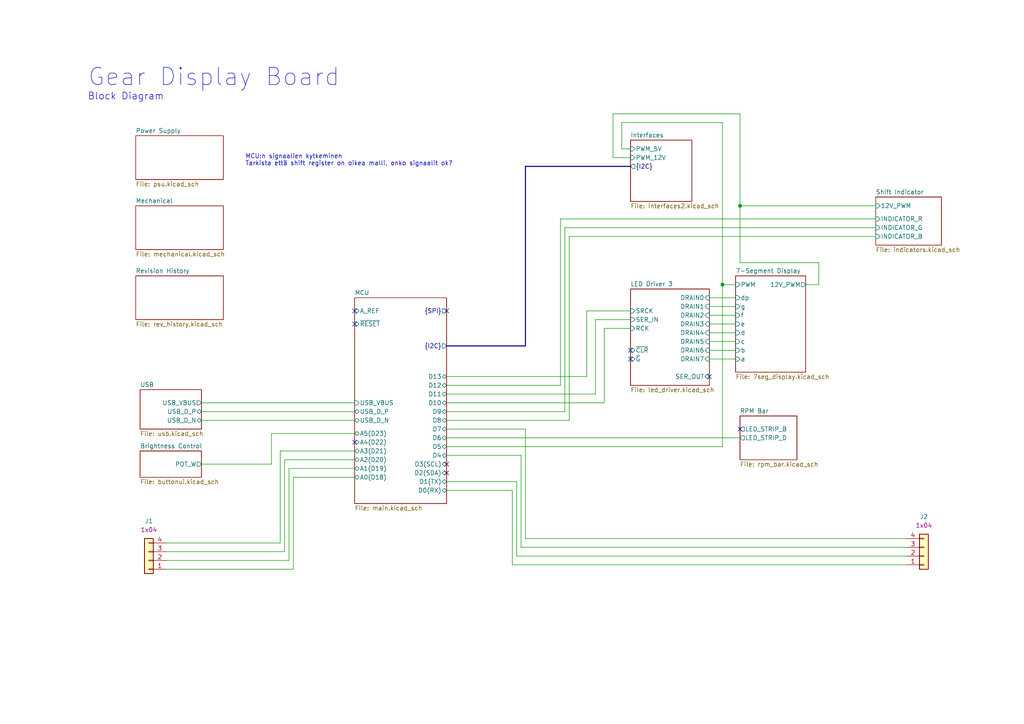
<source format=kicad_sch>
(kicad_sch (version 20211123) (generator eeschema)
  (paper "A4")
  (title_block (title "Gear Display Board") (date "2022-08-13") (rev "1.0") (company "Kallio Designs Oy") (comment 1 "Teemu Latonen") (comment 2 "000064") (comment 3 "000065"))
  (lib_symbols
    (symbol "KD_Connector_Screw:Con_Screw_1x04_691313510004" (pin_names hide)
      (property "Reference" "J" (at 7.366 -0.127 0))
      (property "Code" "1x04" (at 7.366 -2.667 0))
      (symbol "Con_Screw_1x04_691313510004_1_1"
        (rectangle (start 3.81 -7.493) (end 5.08 -7.747) (stroke (width 0.1524)))
        (rectangle (start 3.81 -4.953) (end 5.08 -5.207) (stroke (width 0.1524)))
        (rectangle (start 3.81 -2.413) (end 5.08 -2.667) (stroke (width 0.1524)))
        (rectangle (start 3.81 0.127) (end 5.08 -0.127) (stroke (width 0.1524)))
        (rectangle (start 3.81 1.27) (end 6.35 -8.89) (stroke (width 0.254)) (fill (type background)))
        (pin passive line (at 0 0 0) (length 3.81) (name "Pin_1") (number "1"))
        (pin passive line (at 0 -2.54 0) (length 3.81) (name "Pin_2") (number "2"))
        (pin passive line (at 0 -5.08 0) (length 3.81) (name "Pin_3") (number "3"))
        (pin passive line (at 0 -7.62 0) (length 3.81) (name "Pin_4") (number "4"))
      )
    )
  )
  (junction (at 214.63 59.69))
  (junction (at 209.55 82.55))
  (no_connect (at 214.63 124.46))
  (no_connect (at 205.74 109.22))
  (no_connect (at 102.87 93.98))
  (no_connect (at 102.87 90.17))
  (no_connect (at 129.54 90.17))
  (no_connect (at 182.88 104.14))
  (no_connect (at 182.88 101.6))
  (no_connect (at 129.54 134.62))
  (no_connect (at 129.54 137.16))
  (no_connect (at 102.87 128.27))
  (wire (pts (xy 48.26 160.02) (xy 82.55 160.02)))
  (wire (pts (xy 82.55 133.35) (xy 102.87 133.35)))
  (wire (pts (xy 129.54 114.3) (xy 172.72 114.3)))
  (wire (pts (xy 182.88 43.18) (xy 180.34 43.18)))
  (wire (pts (xy 205.74 104.14) (xy 213.36 104.14)))
  (wire (pts (xy 172.72 92.71) (xy 182.88 92.71)))
  (wire (pts (xy 237.49 76.2) (xy 214.63 76.2)))
  (wire (pts (xy 162.56 63.5) (xy 254 63.5)))
  (wire (pts (xy 180.34 35.56) (xy 209.55 35.56)))
  (wire (pts (xy 129.54 121.92) (xy 165.1 121.92)))
  (wire (pts (xy 214.63 59.69) (xy 214.63 76.2)))
  (wire (pts (xy 175.26 95.25) (xy 182.88 95.25)))
  (wire (pts (xy 209.55 82.55) (xy 209.55 129.54)))
  (wire (pts (xy 165.1 68.58) (xy 254 68.58)))
  (wire (pts (xy 149.86 161.29) (xy 262.89 161.29)))
  (wire (pts (xy 182.88 90.17) (xy 170.18 90.17)))
  (wire (pts (xy 151.13 158.75) (xy 151.13 132.08)))
  (wire (pts (xy 214.63 59.69) (xy 254 59.69)))
  (wire (pts (xy 58.42 121.92) (xy 102.87 121.92)))
  (wire (pts (xy 48.26 165.1) (xy 85.09 165.1)))
  (wire (pts (xy 81.28 157.48) (xy 48.26 157.48)))
  (wire (pts (xy 205.74 86.36) (xy 213.36 86.36)))
  (wire (pts (xy 205.74 88.9) (xy 213.36 88.9)))
  (wire (pts (xy 83.82 162.56) (xy 48.26 162.56)))
  (wire (pts (xy 149.86 139.7) (xy 149.86 161.29)))
  (wire (pts (xy 214.63 33.02) (xy 214.63 59.69)))
  (wire (pts (xy 172.72 92.71) (xy 172.72 114.3)))
  (bus (pts (xy 152.4 48.26) (xy 152.4 100.33)))
  (wire (pts (xy 170.18 109.22) (xy 170.18 90.17)))
  (wire (pts (xy 162.56 63.5) (xy 162.56 111.76)))
  (wire (pts (xy 58.42 116.84) (xy 102.87 116.84)))
  (wire (pts (xy 205.74 91.44) (xy 213.36 91.44)))
  (wire (pts (xy 163.83 119.38) (xy 129.54 119.38)))
  (bus (pts (xy 152.4 48.26) (xy 182.88 48.26)))
  (wire (pts (xy 81.28 130.81) (xy 81.28 157.48)))
  (wire (pts (xy 129.54 142.24) (xy 148.59 142.24)))
  (wire (pts (xy 205.74 96.52) (xy 213.36 96.52)))
  (wire (pts (xy 151.13 132.08) (xy 129.54 132.08)))
  (wire (pts (xy 78.74 125.73) (xy 102.87 125.73)))
  (wire (pts (xy 262.89 158.75) (xy 151.13 158.75)))
  (wire (pts (xy 182.88 45.72) (xy 177.8 45.72)))
  (wire (pts (xy 85.09 138.43) (xy 102.87 138.43)))
  (wire (pts (xy 209.55 35.56) (xy 209.55 82.55)))
  (wire (pts (xy 177.8 33.02) (xy 214.63 33.02)))
  (wire (pts (xy 209.55 82.55) (xy 213.36 82.55)))
  (wire (pts (xy 163.83 66.04) (xy 163.83 119.38)))
  (wire (pts (xy 152.4 124.46) (xy 152.4 156.21)))
  (wire (pts (xy 78.74 134.62) (xy 78.74 125.73)))
  (wire (pts (xy 102.87 130.81) (xy 81.28 130.81)))
  (wire (pts (xy 129.54 139.7) (xy 149.86 139.7)))
  (wire (pts (xy 163.83 66.04) (xy 254 66.04)))
  (wire (pts (xy 85.09 165.1) (xy 85.09 138.43)))
  (wire (pts (xy 129.54 111.76) (xy 162.56 111.76)))
  (wire (pts (xy 129.54 116.84) (xy 175.26 116.84)))
  (wire (pts (xy 175.26 116.84) (xy 175.26 95.25)))
  (wire (pts (xy 148.59 163.83) (xy 262.89 163.83)))
  (wire (pts (xy 148.59 142.24) (xy 148.59 163.83)))
  (wire (pts (xy 233.68 82.55) (xy 237.49 82.55)))
  (wire (pts (xy 180.34 43.18) (xy 180.34 35.56)))
  (bus (pts (xy 129.54 100.33) (xy 152.4 100.33)))
  (wire (pts (xy 152.4 156.21) (xy 262.89 156.21)))
  (wire (pts (xy 82.55 160.02) (xy 82.55 133.35)))
  (wire (pts (xy 58.42 119.38) (xy 102.87 119.38)))
  (wire (pts (xy 177.8 45.72) (xy 177.8 33.02)))
  (wire (pts (xy 83.82 135.89) (xy 83.82 162.56)))
  (wire (pts (xy 58.42 134.62) (xy 78.74 134.62)))
  (wire (pts (xy 129.54 127) (xy 214.63 127)))
  (wire (pts (xy 205.74 93.98) (xy 213.36 93.98)))
  (wire (pts (xy 205.74 101.6) (xy 213.36 101.6)))
  (wire (pts (xy 129.54 109.22) (xy 170.18 109.22)))
  (wire (pts (xy 129.54 129.54) (xy 209.55 129.54)))
  (wire (pts (xy 237.49 76.2) (xy 237.49 82.55)))
  (wire (pts (xy 102.87 135.89) (xy 83.82 135.89)))
  (wire (pts (xy 165.1 68.58) (xy 165.1 121.92)))
  (wire (pts (xy 205.74 99.06) (xy 213.36 99.06)))
  (wire (pts (xy 129.54 124.46) (xy 152.4 124.46)))
  (text "${TITLE}" (at 25.4 25.4 0) (effects (font (size 5 5)) (justify left bottom)))
  (text "MCU:n signaalien kytkeminen\nTarkista että shift register on oikea malli, onko signaalit ok?" (at 71.12 48.26 0) (effects (font (size 1.27 1.27)) (justify left bottom)))
  (text "Block Diagram" (at 25.4 29.21 0) (effects (font (size 2 2)) (justify left bottom)))
  (symbol (lib_id "KD_Connector_Screw:Con_Screw_1x04_691313510004") (at 262.89 163.83 0) (mirror x) (unit 1)
    (property "Reference" "J2" (at 267.97 149.86 0))
    (property "Value" "Con_Screw_1x04_691313510004" (effects hide))
    (property "Footprint" "KD_Connector_Screw:CON_508_1X04_691313510004_Mated" (effects hide))
    (property "Datasheet" "https://www.we-online.com/katalog/datasheet/6913135100xx.pdf" (effects hide))
    (property "Code" "1x04" (at 267.97 152.4 0))
    (property "Manufacturer" "Würth Elektronik" (effects hide))
    (property "MFG_PartNo" "691313510004" (effects hide))
    (property "Supplier" "Digi-Key" (effects hide))
    (property "Supplier_PartNo" "732-2072-ND" (effects hide))
    (property "DNP" "F" (effects hide))
    (property "Price" "0.3" (effects hide))
  )
  (symbol (lib_id "KD_Connector_Screw:Con_Screw_1x04_691313510004") (at 48.26 165.1 180) (unit 1)
    (property "Reference" "J1" (at 43.18 151.13 0))
    (property "Value" "Con_Screw_1x04_691313510004" (effects hide))
    (property "Footprint" "KD_Connector_Screw:CON_508_1X04_691313510004_Mated" (effects hide))
    (property "Datasheet" "https://www.we-online.com/katalog/datasheet/6913135100xx.pdf" (effects hide))
    (property "Code" "1x04" (at 43.18 153.67 0))
    (property "Manufacturer" "Würth Elektronik" (effects hide))
    (property "MFG_PartNo" "691313510004" (effects hide))
    (property "Supplier" "Digi-Key" (effects hide))
    (property "Supplier_PartNo" "732-2072-ND" (effects hide))
    (property "DNP" "F" (effects hide))
    (property "Price" "0.3" (effects hide))
  )
  (sheet (at 214.63 120.65) (size 16.51 12.7) (stroke (width 0.1524))
    (property "Sheet name" "RPM Bar" (at 214.63 119.9384 0) (effects (justify left bottom)))
    (property "Sheet file" "rpm_bar.kicad_sch" (at 214.63 133.9346 0) (effects (justify left top)))
    (pin "LED_STRIP_D" output (at 214.63 127 180))
    (pin "LED_STRIP_B" output (at 214.63 124.46 180))
  )
  (sheet (at 40.64 113.03) (size 17.78 11.43) (stroke (width 0.1524))
    (property "Sheet name" "USB" (at 40.64 112.3184 0) (effects (justify left bottom)))
    (property "Sheet file" "usb.kicad_sch" (at 40.64 125.0446 0) (effects (justify left top)))
    (pin "USB_D_P" bidirectional (at 58.42 119.38 0))
    (pin "USB_D_N" bidirectional (at 58.42 121.92 0))
    (pin "USB_VBUS" output (at 58.42 116.84 0))
  )
  (sheet (at 254 57.15) (size 19.05 13.97) (stroke (width 0.1524))
    (property "Sheet name" "Shift Indicator" (at 254 56.4384 0) (effects (justify left bottom)))
    (property "Sheet file" "indicators.kicad_sch" (at 254 71.7046 0) (effects (justify left top)))
    (pin "12V_PWM" input (at 254 59.69 180))
    (pin "INDICATOR_R" input (at 254 63.5 180))
    (pin "INDICATOR_G" input (at 254 66.04 180))
    (pin "INDICATOR_B" input (at 254 68.58 180))
  )
  (sheet (at 39.37 80.01) (size 25.4 12.7) (stroke (width 0.1524))
    (property "Sheet name" "Revision History" (at 39.37 79.2984 0) (effects (justify left bottom)))
    (property "Sheet file" "rev_history.kicad_sch" (at 39.37 93.2946 0) (effects (justify left top)))
  )
  (sheet (at 102.87 86.36) (size 26.67 59.69) (stroke (width 0.1524))
    (property "Sheet name" "MCU" (at 102.87 85.6484 0) (effects (justify left bottom)))
    (property "Sheet file" "main.kicad_sch" (at 102.87 146.6346 0) (effects (justify left top)))
    (pin "USB_D_N" bidirectional (at 102.87 121.92 180))
    (pin "USB_D_P" bidirectional (at 102.87 119.38 180))
    (pin "{SPI}" output (at 129.54 90.17 0))
    (pin "{I2C}" output (at 129.54 100.33 0))
    (pin "USB_VBUS" input (at 102.87 116.84 180))
    (pin "A_REF" input (at 102.87 90.17 180))
    (pin "~{RESET}" input (at 102.87 93.98 180))
    (pin "D5" bidirectional (at 129.54 129.54 0))
    (pin "D7" bidirectional (at 129.54 124.46 0))
    (pin "D9" bidirectional (at 129.54 119.38 0))
    (pin "D8" bidirectional (at 129.54 121.92 0))
    (pin "D0(RX)" bidirectional (at 129.54 142.24 0))
    (pin "D1(TX)" bidirectional (at 129.54 139.7 0))
    (pin "D4" bidirectional (at 129.54 132.08 0))
    (pin "D12" bidirectional (at 129.54 111.76 0))
    (pin "D6" bidirectional (at 129.54 127 0))
    (pin "D11" bidirectional (at 129.54 114.3 0))
    (pin "D10" bidirectional (at 129.54 116.84 0))
    (pin "D13" bidirectional (at 129.54 109.22 0))
    (pin "A3(D21)" bidirectional (at 102.87 130.81 180))
    (pin "A5(D23)" bidirectional (at 102.87 125.73 180))
    (pin "A4(D22)" bidirectional (at 102.87 128.27 180))
    (pin "A1(D19)" bidirectional (at 102.87 135.89 180))
    (pin "A0(D18)" bidirectional (at 102.87 138.43 180))
    (pin "A2(D20)" bidirectional (at 102.87 133.35 180))
    (pin "D3(SCL)" bidirectional (at 129.54 134.62 0))
    (pin "D2(SDA)" bidirectional (at 129.54 137.16 0))
  )
  (sheet (at 213.36 80.01) (size 20.32 27.94) (stroke (width 0.1524))
    (property "Sheet name" "7-Segment Display" (at 213.36 79.2984 0) (effects (justify left bottom)))
    (property "Sheet file" "7seg_display.kicad_sch" (at 213.36 108.5346 0) (effects (justify left top)))
    (pin "d" input (at 213.36 96.52 180))
    (pin "e" input (at 213.36 93.98 180))
    (pin "g" input (at 213.36 88.9 180))
    (pin "dp" input (at 213.36 86.36 180))
    (pin "f" input (at 213.36 91.44 180))
    (pin "c" input (at 213.36 99.06 180))
    (pin "b" input (at 213.36 101.6 180))
    (pin "a" input (at 213.36 104.14 180))
    (pin "PWM" input (at 213.36 82.55 180))
    (pin "12V_PWM" output (at 233.68 82.55 0))
  )
  (sheet (at 39.37 59.69) (size 25.4 12.7) (stroke (width 0.1524))
    (property "Sheet name" "Mechanical" (at 39.37 58.9784 0) (effects (justify left bottom)))
    (property "Sheet file" "mechanical.kicad_sch" (at 39.37 72.9746 0) (effects (justify left top)))
  )
  (sheet (at 182.88 83.82) (size 22.86 27.94) (stroke (width 0.1524))
    (property "Sheet name" "LED Driver 3" (at 182.88 83.1084 0) (effects (justify left bottom)))
    (property "Sheet file" "led_driver.kicad_sch" (at 182.88 112.3446 0) (effects (justify left top)))
    (pin "SER_IN" input (at 182.88 92.71 180))
    (pin "~{CLR}" input (at 182.88 101.6 180))
    (pin "RCK" input (at 182.88 95.25 180))
    (pin "SRCK" input (at 182.88 90.17 180))
    (pin "~{G}" input (at 182.88 104.14 180))
    (pin "DRAIN0" input (at 205.74 86.36 0))
    (pin "DRAIN1" input (at 205.74 88.9 0))
    (pin "DRAIN2" input (at 205.74 91.44 0))
    (pin "DRAIN3" input (at 205.74 93.98 0))
    (pin "DRAIN4" input (at 205.74 96.52 0))
    (pin "SER_OUT" input (at 205.74 109.22 0))
    (pin "DRAIN5" input (at 205.74 99.06 0))
    (pin "DRAIN6" input (at 205.74 101.6 0))
    (pin "DRAIN7" input (at 205.74 104.14 0))
  )
  (sheet (at 40.64 130.81) (size 17.78 7.62) (stroke (width 0.1524))
    (property "Sheet name" "Brightness Control" (at 40.64 130.0984 0) (effects (justify left bottom)))
    (property "Sheet file" "buttonui.kicad_sch" (at 40.64 139.0146 0) (effects (justify left top)))
    (pin "POT_W" output (at 58.42 134.62 0))
  )
  (sheet (at 39.37 39.37) (size 25.4 12.7) (stroke (width 0.1524))
    (property "Sheet name" "Power Supply" (at 39.37 38.6584 0) (effects (justify left bottom)))
    (property "Sheet file" "psu.kicad_sch" (at 39.37 52.6546 0) (effects (justify left top)))
  )
  (sheet (at 182.88 40.64) (size 17.78 17.78) (stroke (width 0.1524))
    (property "Sheet name" "Interfaces" (at 182.88 39.9284 0) (effects (justify left bottom)))
    (property "Sheet file" "interfaces2.kicad_sch" (at 182.88 59.0046 0) (effects (justify left top)))
    (pin "PWM_5V" input (at 182.88 43.18 180))
    (pin "PWM_12V" input (at 182.88 45.72 180))
    (pin "{I2C}" output (at 182.88 48.26 180))
  )
)
</source>
